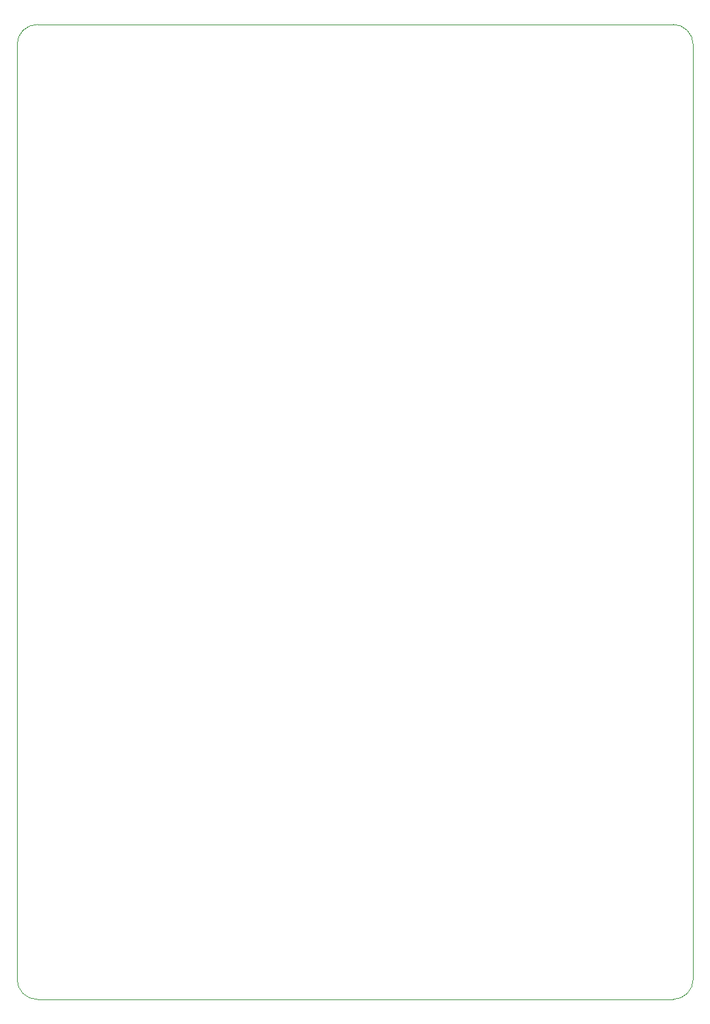
<source format=gbr>
%TF.GenerationSoftware,KiCad,Pcbnew,(5.1.6)-1*%
%TF.CreationDate,2020-07-15T15:55:53-05:00*%
%TF.ProjectId,deco-pad-v1,6465636f-2d70-4616-942d-76312e6b6963,rev?*%
%TF.SameCoordinates,Original*%
%TF.FileFunction,Profile,NP*%
%FSLAX46Y46*%
G04 Gerber Fmt 4.6, Leading zero omitted, Abs format (unit mm)*
G04 Created by KiCad (PCBNEW (5.1.6)-1) date 2020-07-15 15:55:53*
%MOMM*%
%LPD*%
G01*
G04 APERTURE LIST*
%TA.AperFunction,Profile*%
%ADD10C,0.050000*%
%TD*%
G04 APERTURE END LIST*
D10*
X45000000Y-43500000D02*
G75*
G02*
X47500000Y-41000000I2500000J0D01*
G01*
X47500000Y-162000000D02*
G75*
G02*
X45000000Y-159500000I0J2500000D01*
G01*
X129000000Y-159500000D02*
G75*
G02*
X126500000Y-162000000I-2500000J0D01*
G01*
X126500000Y-41000000D02*
G75*
G02*
X129000000Y-43500000I0J-2500000D01*
G01*
X45000000Y-43500000D02*
X45000000Y-159500000D01*
X126500000Y-41000000D02*
X47500000Y-41000000D01*
X129000000Y-159500000D02*
X129000000Y-43500000D01*
X47500000Y-162000000D02*
X126500000Y-162000000D01*
M02*

</source>
